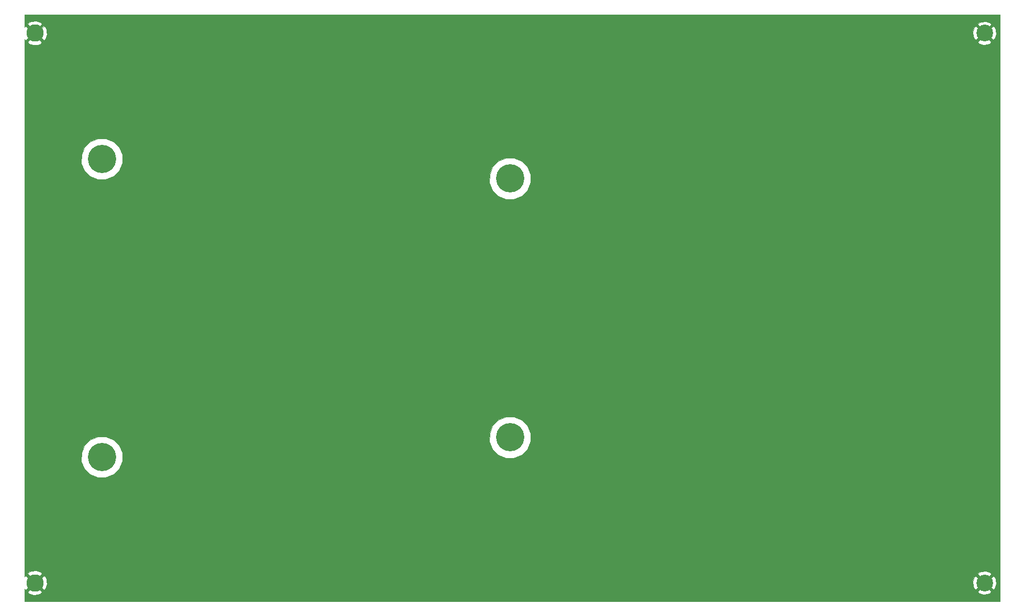
<source format=gbr>
G04 #@! TF.FileFunction,Copper,L1,Top,Signal*
%FSLAX46Y46*%
G04 Gerber Fmt 4.6, Leading zero omitted, Abs format (unit mm)*
G04 Created by KiCad (PCBNEW no-vcs-found-product) date Fri Aug 12 11:43:45 2016*
%MOMM*%
%LPD*%
G01*
G04 APERTURE LIST*
%ADD10C,0.100000*%
%ADD11C,4.572000*%
%ADD12C,2.700000*%
%ADD13C,2.800000*%
%ADD14C,0.050000*%
G04 APERTURE END LIST*
D10*
D11*
X138595000Y-112905000D03*
X72555000Y-116080000D03*
X72555000Y-67820000D03*
X138595000Y-70995000D03*
D12*
X215380000Y-136450000D03*
X215380000Y-47450000D03*
D13*
X61710000Y-136450000D03*
X61710000Y-47450000D03*
D14*
G36*
X217850000Y-139425000D02*
X60050000Y-139425000D01*
X60050000Y-137901192D01*
X60582663Y-137901192D01*
X60744663Y-138168270D01*
X61475698Y-138406893D01*
X62242404Y-138347597D01*
X62675337Y-138168270D01*
X62837337Y-137901192D01*
X62800997Y-137864852D01*
X214289003Y-137864852D01*
X214444839Y-138126738D01*
X215157684Y-138356974D01*
X215904374Y-138296891D01*
X216315161Y-138126738D01*
X216470997Y-137864852D01*
X215380000Y-136773855D01*
X214289003Y-137864852D01*
X62800997Y-137864852D01*
X61710000Y-136773855D01*
X60582663Y-137901192D01*
X60050000Y-137901192D01*
X60050000Y-137450682D01*
X60258808Y-137577337D01*
X61386145Y-136450000D01*
X62033855Y-136450000D01*
X63161192Y-137577337D01*
X63428270Y-137415337D01*
X63666893Y-136684302D01*
X63631579Y-136227684D01*
X213473026Y-136227684D01*
X213533109Y-136974374D01*
X213703262Y-137385161D01*
X213965148Y-137540997D01*
X215056145Y-136450000D01*
X215703855Y-136450000D01*
X216794852Y-137540997D01*
X217056738Y-137385161D01*
X217286974Y-136672316D01*
X217226891Y-135925626D01*
X217056738Y-135514839D01*
X216794852Y-135359003D01*
X215703855Y-136450000D01*
X215056145Y-136450000D01*
X213965148Y-135359003D01*
X213703262Y-135514839D01*
X213473026Y-136227684D01*
X63631579Y-136227684D01*
X63607597Y-135917596D01*
X63428270Y-135484663D01*
X63161192Y-135322663D01*
X62033855Y-136450000D01*
X61386145Y-136450000D01*
X60258808Y-135322663D01*
X60050000Y-135449318D01*
X60050000Y-134998808D01*
X60582663Y-134998808D01*
X61710000Y-136126145D01*
X62800997Y-135035148D01*
X214289003Y-135035148D01*
X215380000Y-136126145D01*
X216470997Y-135035148D01*
X216315161Y-134773262D01*
X215602316Y-134543026D01*
X214855626Y-134603109D01*
X214444839Y-134773262D01*
X214289003Y-135035148D01*
X62800997Y-135035148D01*
X62837337Y-134998808D01*
X62675337Y-134731730D01*
X61944302Y-134493107D01*
X61177596Y-134552403D01*
X60744663Y-134731730D01*
X60582663Y-134998808D01*
X60050000Y-134998808D01*
X60050000Y-116735709D01*
X69243427Y-116735709D01*
X69746434Y-117953080D01*
X70677021Y-118885292D01*
X71893512Y-119390424D01*
X73210709Y-119391573D01*
X74428080Y-118888566D01*
X75360292Y-117957979D01*
X75865424Y-116741488D01*
X75866573Y-115424291D01*
X75363566Y-114206920D01*
X74718482Y-113560709D01*
X135283427Y-113560709D01*
X135786434Y-114778080D01*
X136717021Y-115710292D01*
X137933512Y-116215424D01*
X139250709Y-116216573D01*
X140468080Y-115713566D01*
X141400292Y-114782979D01*
X141905424Y-113566488D01*
X141906573Y-112249291D01*
X141403566Y-111031920D01*
X140472979Y-110099708D01*
X139256488Y-109594576D01*
X137939291Y-109593427D01*
X136721920Y-110096434D01*
X135789708Y-111027021D01*
X135284576Y-112243512D01*
X135283427Y-113560709D01*
X74718482Y-113560709D01*
X74432979Y-113274708D01*
X73216488Y-112769576D01*
X71899291Y-112768427D01*
X70681920Y-113271434D01*
X69749708Y-114202021D01*
X69244576Y-115418512D01*
X69243427Y-116735709D01*
X60050000Y-116735709D01*
X60050000Y-71650709D01*
X135283427Y-71650709D01*
X135786434Y-72868080D01*
X136717021Y-73800292D01*
X137933512Y-74305424D01*
X139250709Y-74306573D01*
X140468080Y-73803566D01*
X141400292Y-72872979D01*
X141905424Y-71656488D01*
X141906573Y-70339291D01*
X141403566Y-69121920D01*
X140472979Y-68189708D01*
X139256488Y-67684576D01*
X137939291Y-67683427D01*
X136721920Y-68186434D01*
X135789708Y-69117021D01*
X135284576Y-70333512D01*
X135283427Y-71650709D01*
X60050000Y-71650709D01*
X60050000Y-68475709D01*
X69243427Y-68475709D01*
X69746434Y-69693080D01*
X70677021Y-70625292D01*
X71893512Y-71130424D01*
X73210709Y-71131573D01*
X74428080Y-70628566D01*
X75360292Y-69697979D01*
X75865424Y-68481488D01*
X75866573Y-67164291D01*
X75363566Y-65946920D01*
X74432979Y-65014708D01*
X73216488Y-64509576D01*
X71899291Y-64508427D01*
X70681920Y-65011434D01*
X69749708Y-65942021D01*
X69244576Y-67158512D01*
X69243427Y-68475709D01*
X60050000Y-68475709D01*
X60050000Y-48901192D01*
X60582663Y-48901192D01*
X60744663Y-49168270D01*
X61475698Y-49406893D01*
X62242404Y-49347597D01*
X62675337Y-49168270D01*
X62837337Y-48901192D01*
X62800997Y-48864852D01*
X214289003Y-48864852D01*
X214444839Y-49126738D01*
X215157684Y-49356974D01*
X215904374Y-49296891D01*
X216315161Y-49126738D01*
X216470997Y-48864852D01*
X215380000Y-47773855D01*
X214289003Y-48864852D01*
X62800997Y-48864852D01*
X61710000Y-47773855D01*
X60582663Y-48901192D01*
X60050000Y-48901192D01*
X60050000Y-48450682D01*
X60258808Y-48577337D01*
X61386145Y-47450000D01*
X62033855Y-47450000D01*
X63161192Y-48577337D01*
X63428270Y-48415337D01*
X63666893Y-47684302D01*
X63631579Y-47227684D01*
X213473026Y-47227684D01*
X213533109Y-47974374D01*
X213703262Y-48385161D01*
X213965148Y-48540997D01*
X215056145Y-47450000D01*
X215703855Y-47450000D01*
X216794852Y-48540997D01*
X217056738Y-48385161D01*
X217286974Y-47672316D01*
X217226891Y-46925626D01*
X217056738Y-46514839D01*
X216794852Y-46359003D01*
X215703855Y-47450000D01*
X215056145Y-47450000D01*
X213965148Y-46359003D01*
X213703262Y-46514839D01*
X213473026Y-47227684D01*
X63631579Y-47227684D01*
X63607597Y-46917596D01*
X63428270Y-46484663D01*
X63161192Y-46322663D01*
X62033855Y-47450000D01*
X61386145Y-47450000D01*
X60258808Y-46322663D01*
X60050000Y-46449318D01*
X60050000Y-45998808D01*
X60582663Y-45998808D01*
X61710000Y-47126145D01*
X62800997Y-46035148D01*
X214289003Y-46035148D01*
X215380000Y-47126145D01*
X216470997Y-46035148D01*
X216315161Y-45773262D01*
X215602316Y-45543026D01*
X214855626Y-45603109D01*
X214444839Y-45773262D01*
X214289003Y-46035148D01*
X62800997Y-46035148D01*
X62837337Y-45998808D01*
X62675337Y-45731730D01*
X61944302Y-45493107D01*
X61177596Y-45552403D01*
X60744663Y-45731730D01*
X60582663Y-45998808D01*
X60050000Y-45998808D01*
X60050000Y-44475000D01*
X217850000Y-44475000D01*
X217850000Y-139425000D01*
X217850000Y-139425000D01*
G37*
X217850000Y-139425000D02*
X60050000Y-139425000D01*
X60050000Y-137901192D01*
X60582663Y-137901192D01*
X60744663Y-138168270D01*
X61475698Y-138406893D01*
X62242404Y-138347597D01*
X62675337Y-138168270D01*
X62837337Y-137901192D01*
X62800997Y-137864852D01*
X214289003Y-137864852D01*
X214444839Y-138126738D01*
X215157684Y-138356974D01*
X215904374Y-138296891D01*
X216315161Y-138126738D01*
X216470997Y-137864852D01*
X215380000Y-136773855D01*
X214289003Y-137864852D01*
X62800997Y-137864852D01*
X61710000Y-136773855D01*
X60582663Y-137901192D01*
X60050000Y-137901192D01*
X60050000Y-137450682D01*
X60258808Y-137577337D01*
X61386145Y-136450000D01*
X62033855Y-136450000D01*
X63161192Y-137577337D01*
X63428270Y-137415337D01*
X63666893Y-136684302D01*
X63631579Y-136227684D01*
X213473026Y-136227684D01*
X213533109Y-136974374D01*
X213703262Y-137385161D01*
X213965148Y-137540997D01*
X215056145Y-136450000D01*
X215703855Y-136450000D01*
X216794852Y-137540997D01*
X217056738Y-137385161D01*
X217286974Y-136672316D01*
X217226891Y-135925626D01*
X217056738Y-135514839D01*
X216794852Y-135359003D01*
X215703855Y-136450000D01*
X215056145Y-136450000D01*
X213965148Y-135359003D01*
X213703262Y-135514839D01*
X213473026Y-136227684D01*
X63631579Y-136227684D01*
X63607597Y-135917596D01*
X63428270Y-135484663D01*
X63161192Y-135322663D01*
X62033855Y-136450000D01*
X61386145Y-136450000D01*
X60258808Y-135322663D01*
X60050000Y-135449318D01*
X60050000Y-134998808D01*
X60582663Y-134998808D01*
X61710000Y-136126145D01*
X62800997Y-135035148D01*
X214289003Y-135035148D01*
X215380000Y-136126145D01*
X216470997Y-135035148D01*
X216315161Y-134773262D01*
X215602316Y-134543026D01*
X214855626Y-134603109D01*
X214444839Y-134773262D01*
X214289003Y-135035148D01*
X62800997Y-135035148D01*
X62837337Y-134998808D01*
X62675337Y-134731730D01*
X61944302Y-134493107D01*
X61177596Y-134552403D01*
X60744663Y-134731730D01*
X60582663Y-134998808D01*
X60050000Y-134998808D01*
X60050000Y-116735709D01*
X69243427Y-116735709D01*
X69746434Y-117953080D01*
X70677021Y-118885292D01*
X71893512Y-119390424D01*
X73210709Y-119391573D01*
X74428080Y-118888566D01*
X75360292Y-117957979D01*
X75865424Y-116741488D01*
X75866573Y-115424291D01*
X75363566Y-114206920D01*
X74718482Y-113560709D01*
X135283427Y-113560709D01*
X135786434Y-114778080D01*
X136717021Y-115710292D01*
X137933512Y-116215424D01*
X139250709Y-116216573D01*
X140468080Y-115713566D01*
X141400292Y-114782979D01*
X141905424Y-113566488D01*
X141906573Y-112249291D01*
X141403566Y-111031920D01*
X140472979Y-110099708D01*
X139256488Y-109594576D01*
X137939291Y-109593427D01*
X136721920Y-110096434D01*
X135789708Y-111027021D01*
X135284576Y-112243512D01*
X135283427Y-113560709D01*
X74718482Y-113560709D01*
X74432979Y-113274708D01*
X73216488Y-112769576D01*
X71899291Y-112768427D01*
X70681920Y-113271434D01*
X69749708Y-114202021D01*
X69244576Y-115418512D01*
X69243427Y-116735709D01*
X60050000Y-116735709D01*
X60050000Y-71650709D01*
X135283427Y-71650709D01*
X135786434Y-72868080D01*
X136717021Y-73800292D01*
X137933512Y-74305424D01*
X139250709Y-74306573D01*
X140468080Y-73803566D01*
X141400292Y-72872979D01*
X141905424Y-71656488D01*
X141906573Y-70339291D01*
X141403566Y-69121920D01*
X140472979Y-68189708D01*
X139256488Y-67684576D01*
X137939291Y-67683427D01*
X136721920Y-68186434D01*
X135789708Y-69117021D01*
X135284576Y-70333512D01*
X135283427Y-71650709D01*
X60050000Y-71650709D01*
X60050000Y-68475709D01*
X69243427Y-68475709D01*
X69746434Y-69693080D01*
X70677021Y-70625292D01*
X71893512Y-71130424D01*
X73210709Y-71131573D01*
X74428080Y-70628566D01*
X75360292Y-69697979D01*
X75865424Y-68481488D01*
X75866573Y-67164291D01*
X75363566Y-65946920D01*
X74432979Y-65014708D01*
X73216488Y-64509576D01*
X71899291Y-64508427D01*
X70681920Y-65011434D01*
X69749708Y-65942021D01*
X69244576Y-67158512D01*
X69243427Y-68475709D01*
X60050000Y-68475709D01*
X60050000Y-48901192D01*
X60582663Y-48901192D01*
X60744663Y-49168270D01*
X61475698Y-49406893D01*
X62242404Y-49347597D01*
X62675337Y-49168270D01*
X62837337Y-48901192D01*
X62800997Y-48864852D01*
X214289003Y-48864852D01*
X214444839Y-49126738D01*
X215157684Y-49356974D01*
X215904374Y-49296891D01*
X216315161Y-49126738D01*
X216470997Y-48864852D01*
X215380000Y-47773855D01*
X214289003Y-48864852D01*
X62800997Y-48864852D01*
X61710000Y-47773855D01*
X60582663Y-48901192D01*
X60050000Y-48901192D01*
X60050000Y-48450682D01*
X60258808Y-48577337D01*
X61386145Y-47450000D01*
X62033855Y-47450000D01*
X63161192Y-48577337D01*
X63428270Y-48415337D01*
X63666893Y-47684302D01*
X63631579Y-47227684D01*
X213473026Y-47227684D01*
X213533109Y-47974374D01*
X213703262Y-48385161D01*
X213965148Y-48540997D01*
X215056145Y-47450000D01*
X215703855Y-47450000D01*
X216794852Y-48540997D01*
X217056738Y-48385161D01*
X217286974Y-47672316D01*
X217226891Y-46925626D01*
X217056738Y-46514839D01*
X216794852Y-46359003D01*
X215703855Y-47450000D01*
X215056145Y-47450000D01*
X213965148Y-46359003D01*
X213703262Y-46514839D01*
X213473026Y-47227684D01*
X63631579Y-47227684D01*
X63607597Y-46917596D01*
X63428270Y-46484663D01*
X63161192Y-46322663D01*
X62033855Y-47450000D01*
X61386145Y-47450000D01*
X60258808Y-46322663D01*
X60050000Y-46449318D01*
X60050000Y-45998808D01*
X60582663Y-45998808D01*
X61710000Y-47126145D01*
X62800997Y-46035148D01*
X214289003Y-46035148D01*
X215380000Y-47126145D01*
X216470997Y-46035148D01*
X216315161Y-45773262D01*
X215602316Y-45543026D01*
X214855626Y-45603109D01*
X214444839Y-45773262D01*
X214289003Y-46035148D01*
X62800997Y-46035148D01*
X62837337Y-45998808D01*
X62675337Y-45731730D01*
X61944302Y-45493107D01*
X61177596Y-45552403D01*
X60744663Y-45731730D01*
X60582663Y-45998808D01*
X60050000Y-45998808D01*
X60050000Y-44475000D01*
X217850000Y-44475000D01*
X217850000Y-139425000D01*
M02*

</source>
